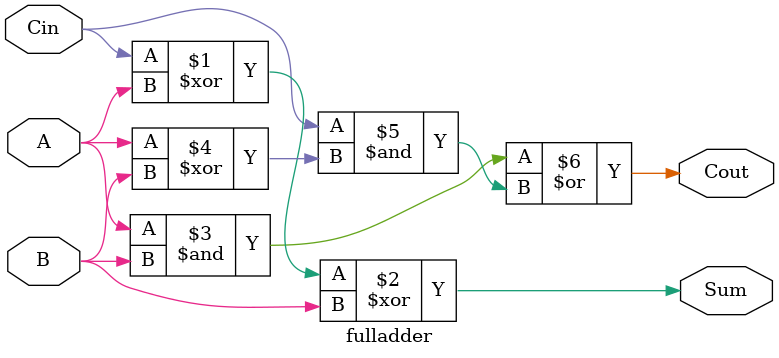
<source format=sv>
`timescale 1ns / 1ps


module fulladder(
    input wire A,
    input wire B,
    input wire Cin,
    output wire Sum, 
    output wire Cout
    );
    
    assign Sum = Cin ^ A ^ B;
    assign Cout = (A & B) | (Cin & (A ^ B)); 
     
endmodule



</source>
